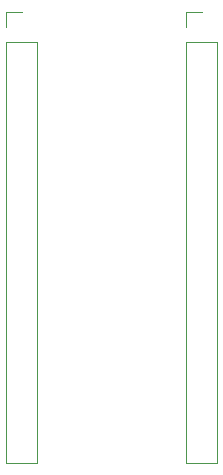
<source format=gbr>
%TF.GenerationSoftware,KiCad,Pcbnew,6.0.11-2627ca5db0~126~ubuntu20.04.1*%
%TF.CreationDate,2023-11-11T11:24:04-05:00*%
%TF.ProjectId,carrier-board,63617272-6965-4722-9d62-6f6172642e6b,rev?*%
%TF.SameCoordinates,Original*%
%TF.FileFunction,Legend,Bot*%
%TF.FilePolarity,Positive*%
%FSLAX46Y46*%
G04 Gerber Fmt 4.6, Leading zero omitted, Abs format (unit mm)*
G04 Created by KiCad (PCBNEW 6.0.11-2627ca5db0~126~ubuntu20.04.1) date 2023-11-11 11:24:04*
%MOMM*%
%LPD*%
G01*
G04 APERTURE LIST*
%ADD10C,0.120000*%
G04 APERTURE END LIST*
D10*
%TO.C,STM1*%
X139165000Y-103530000D02*
X139165000Y-139150000D01*
X137835000Y-100930000D02*
X136505000Y-100930000D01*
X136505000Y-103530000D02*
X136505000Y-139150000D01*
X139165000Y-139150000D02*
X136505000Y-139150000D01*
X136505000Y-100930000D02*
X136505000Y-102260000D01*
X139165000Y-103530000D02*
X136505000Y-103530000D01*
%TO.C,STM2*%
X153075000Y-100930000D02*
X151745000Y-100930000D01*
X154405000Y-139150000D02*
X151745000Y-139150000D01*
X154405000Y-103530000D02*
X151745000Y-103530000D01*
X151745000Y-103530000D02*
X151745000Y-139150000D01*
X151745000Y-100930000D02*
X151745000Y-102260000D01*
X154405000Y-103530000D02*
X154405000Y-139150000D01*
%TD*%
M02*

</source>
